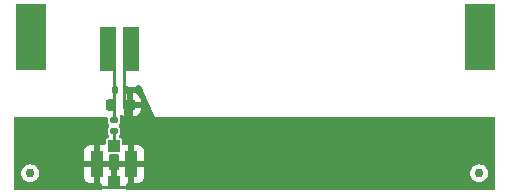
<source format=gbr>
%TF.GenerationSoftware,KiCad,Pcbnew,6.0.0+dfsg1-2*%
%TF.CreationDate,2022-02-08T13:21:29-05:00*%
%TF.ProjectId,RUSP_Antenna,52555350-5f41-46e7-9465-6e6e612e6b69,rev?*%
%TF.SameCoordinates,Original*%
%TF.FileFunction,Copper,L1,Top*%
%TF.FilePolarity,Positive*%
%FSLAX46Y46*%
G04 Gerber Fmt 4.6, Leading zero omitted, Abs format (unit mm)*
G04 Created by KiCad (PCBNEW 6.0.0+dfsg1-2) date 2022-02-08 13:21:29*
%MOMM*%
%LPD*%
G01*
G04 APERTURE LIST*
G04 Aperture macros list*
%AMRoundRect*
0 Rectangle with rounded corners*
0 $1 Rounding radius*
0 $2 $3 $4 $5 $6 $7 $8 $9 X,Y pos of 4 corners*
0 Add a 4 corners polygon primitive as box body*
4,1,4,$2,$3,$4,$5,$6,$7,$8,$9,$2,$3,0*
0 Add four circle primitives for the rounded corners*
1,1,$1+$1,$2,$3*
1,1,$1+$1,$4,$5*
1,1,$1+$1,$6,$7*
1,1,$1+$1,$8,$9*
0 Add four rect primitives between the rounded corners*
20,1,$1+$1,$2,$3,$4,$5,0*
20,1,$1+$1,$4,$5,$6,$7,0*
20,1,$1+$1,$6,$7,$8,$9,0*
20,1,$1+$1,$8,$9,$2,$3,0*%
G04 Aperture macros list end*
%TA.AperFunction,SMDPad,CuDef*%
%ADD10C,0.750000*%
%TD*%
%TA.AperFunction,SMDPad,CuDef*%
%ADD11R,1.000000X1.000000*%
%TD*%
%TA.AperFunction,SMDPad,CuDef*%
%ADD12R,1.050000X2.200000*%
%TD*%
%TA.AperFunction,SMDPad,CuDef*%
%ADD13RoundRect,0.147500X-0.172500X0.147500X-0.172500X-0.147500X0.172500X-0.147500X0.172500X0.147500X0*%
%TD*%
%TA.AperFunction,SMDPad,CuDef*%
%ADD14RoundRect,0.147500X-0.147500X-0.172500X0.147500X-0.172500X0.147500X0.172500X-0.147500X0.172500X0*%
%TD*%
%TA.AperFunction,SMDPad,CuDef*%
%ADD15RoundRect,0.218750X-0.218750X-0.256250X0.218750X-0.256250X0.218750X0.256250X-0.218750X0.256250X0*%
%TD*%
%TA.AperFunction,SMDPad,CuDef*%
%ADD16R,2.600000X5.600000*%
%TD*%
%TA.AperFunction,SMDPad,CuDef*%
%ADD17R,1.400000X3.700000*%
%TD*%
%TA.AperFunction,Conductor*%
%ADD18C,0.250000*%
%TD*%
G04 APERTURE END LIST*
D10*
%TO.P,FID1,*%
%TO.N,*%
X125750000Y-103750000D03*
%TD*%
%TO.P,FID2,*%
%TO.N,*%
X163750000Y-103750000D03*
%TD*%
D11*
%TO.P,J1,1*%
%TO.N,Net-(C1-Pad2)*%
X132850000Y-101450000D03*
D12*
%TO.P,J1,2*%
%TO.N,GNDA*%
X131375000Y-102950000D03*
X134325000Y-102950000D03*
D11*
X132850000Y-104450000D03*
%TD*%
D13*
%TO.P,C1,1*%
%TO.N,Net-(AE1-Pad1)*%
X132850000Y-99215000D03*
%TO.P,C1,2*%
%TO.N,Net-(C1-Pad2)*%
X132850000Y-100185000D03*
%TD*%
D14*
%TO.P,C2,1*%
%TO.N,Net-(AE1-Pad1)*%
X132935000Y-96710000D03*
%TO.P,C2,2*%
%TO.N,GNDA*%
X133905000Y-96710000D03*
%TD*%
D15*
%TO.P,L1,1*%
%TO.N,Net-(AE1-Pad1)*%
X132622500Y-97960000D03*
%TO.P,L1,2*%
%TO.N,GNDA*%
X134197500Y-97960000D03*
%TD*%
D16*
%TO.P,AE1,*%
%TO.N,*%
X125800000Y-92250000D03*
X163800000Y-92250000D03*
D17*
%TO.P,AE1,1*%
%TO.N,Net-(AE1-Pad1)*%
X132300000Y-93250000D03*
%TO.P,AE1,2*%
%TO.N,GNDA*%
X134300000Y-93250000D03*
%TD*%
D18*
%TO.N,Net-(AE1-Pad1)*%
X132850000Y-97000000D02*
X132850000Y-98250000D01*
X132850000Y-98250000D02*
X132850000Y-99200000D01*
X132300000Y-94350000D02*
X132850000Y-94900000D01*
X132300000Y-93250000D02*
X132300000Y-94350000D01*
X132850000Y-94900000D02*
X132850000Y-97000000D01*
%TO.N,GNDA*%
X134300000Y-93250000D02*
X134300000Y-94300000D01*
X132850000Y-104899990D02*
X133100010Y-104899990D01*
X132850000Y-104450000D02*
X132850000Y-104899990D01*
X133785000Y-98200000D02*
X133785000Y-99985000D01*
X134250000Y-104899990D02*
X133100010Y-104899990D01*
X134300000Y-94300000D02*
X133700000Y-94900000D01*
X134250000Y-104500000D02*
X134250000Y-104899990D01*
X133700000Y-94900000D02*
X133700000Y-97050000D01*
X133700000Y-97050000D02*
X133700000Y-98250000D01*
X133100010Y-104899990D02*
X131250000Y-104899990D01*
%TO.N,Net-(C1-Pad2)*%
X132850000Y-101450000D02*
X132850000Y-100200000D01*
%TD*%
%TA.AperFunction,Conductor*%
%TO.N,GNDA*%
G36*
X135086237Y-96320002D02*
G01*
X135133256Y-96374827D01*
X135722282Y-97700135D01*
X136300000Y-99000000D01*
X165024000Y-99000000D01*
X165092121Y-99020002D01*
X165138614Y-99073658D01*
X165150000Y-99126000D01*
X165150000Y-105024000D01*
X165129998Y-105092121D01*
X165076342Y-105138614D01*
X165024000Y-105150000D01*
X133981927Y-105150000D01*
X133913806Y-105129998D01*
X133867313Y-105076342D01*
X133856663Y-105010397D01*
X133857631Y-105001480D01*
X133858000Y-104994672D01*
X133858000Y-104684000D01*
X133878002Y-104615879D01*
X133931658Y-104569386D01*
X133984000Y-104558000D01*
X134052885Y-104558000D01*
X134068124Y-104553525D01*
X134069329Y-104552135D01*
X134071000Y-104544452D01*
X134071000Y-104539884D01*
X134579000Y-104539884D01*
X134583475Y-104555123D01*
X134584865Y-104556328D01*
X134592548Y-104557999D01*
X134894669Y-104557999D01*
X134901490Y-104557629D01*
X134952352Y-104552105D01*
X134967604Y-104548479D01*
X135088054Y-104503324D01*
X135103649Y-104494786D01*
X135205724Y-104418285D01*
X135218285Y-104405724D01*
X135294786Y-104303649D01*
X135303324Y-104288054D01*
X135348478Y-104167606D01*
X135352105Y-104152351D01*
X135357631Y-104101486D01*
X135358000Y-104094672D01*
X135358000Y-103739455D01*
X162994825Y-103739455D01*
X162995512Y-103746462D01*
X162995512Y-103746465D01*
X162998311Y-103775010D01*
X163011255Y-103907025D01*
X163064402Y-104066791D01*
X163068049Y-104072813D01*
X163068050Y-104072815D01*
X163125458Y-104167606D01*
X163151624Y-104210812D01*
X163156513Y-104215875D01*
X163156514Y-104215876D01*
X163226216Y-104288054D01*
X163268586Y-104331929D01*
X163274483Y-104335788D01*
X163403577Y-104420266D01*
X163403581Y-104420268D01*
X163409475Y-104424125D01*
X163567289Y-104482815D01*
X163574270Y-104483746D01*
X163574272Y-104483747D01*
X163619812Y-104489823D01*
X163734183Y-104505083D01*
X163741194Y-104504445D01*
X163741198Y-104504445D01*
X163894843Y-104490462D01*
X163901864Y-104489823D01*
X163908566Y-104487645D01*
X163908568Y-104487645D01*
X164055298Y-104439970D01*
X164055301Y-104439969D01*
X164061997Y-104437793D01*
X164206623Y-104351578D01*
X164211717Y-104346727D01*
X164211721Y-104346724D01*
X164323454Y-104240322D01*
X164323455Y-104240320D01*
X164328554Y-104235465D01*
X164344934Y-104210812D01*
X164417836Y-104101085D01*
X164421731Y-104095223D01*
X164481521Y-103937823D01*
X164504955Y-103771088D01*
X164505249Y-103750000D01*
X164486481Y-103582676D01*
X164431108Y-103423668D01*
X164341884Y-103280879D01*
X164333723Y-103272661D01*
X164228205Y-103166403D01*
X164228201Y-103166400D01*
X164223242Y-103161406D01*
X164081079Y-103071187D01*
X163922462Y-103014706D01*
X163915474Y-103013873D01*
X163915471Y-103013872D01*
X163822300Y-103002762D01*
X163755273Y-102994769D01*
X163748270Y-102995505D01*
X163748269Y-102995505D01*
X163702712Y-103000293D01*
X163587821Y-103012369D01*
X163581155Y-103014638D01*
X163581152Y-103014639D01*
X163435098Y-103064360D01*
X163435095Y-103064361D01*
X163428431Y-103066630D01*
X163422436Y-103070318D01*
X163422432Y-103070320D01*
X163291021Y-103151165D01*
X163291019Y-103151167D01*
X163285022Y-103154856D01*
X163164724Y-103272661D01*
X163073515Y-103414190D01*
X163071105Y-103420810D01*
X163071104Y-103420813D01*
X163056799Y-103460116D01*
X163015927Y-103572409D01*
X162994825Y-103739455D01*
X135358000Y-103739455D01*
X135358000Y-103222115D01*
X135353525Y-103206876D01*
X135352135Y-103205671D01*
X135344452Y-103204000D01*
X134597115Y-103204000D01*
X134581876Y-103208475D01*
X134580671Y-103209865D01*
X134579000Y-103217548D01*
X134579000Y-104539884D01*
X134071000Y-104539884D01*
X134071000Y-103222115D01*
X134066525Y-103206876D01*
X134065135Y-103205671D01*
X134057452Y-103204000D01*
X133310116Y-103204000D01*
X133294877Y-103208475D01*
X133293672Y-103209865D01*
X133292001Y-103217548D01*
X133292001Y-103316000D01*
X133271999Y-103384121D01*
X133218343Y-103430614D01*
X133166001Y-103442000D01*
X133122115Y-103442000D01*
X133106876Y-103446475D01*
X133105671Y-103447865D01*
X133104000Y-103455548D01*
X133104000Y-104578000D01*
X133083998Y-104646121D01*
X133030342Y-104692614D01*
X132978000Y-104704000D01*
X132722000Y-104704000D01*
X132653879Y-104683998D01*
X132607386Y-104630342D01*
X132596000Y-104578000D01*
X132596000Y-103460116D01*
X132591525Y-103444877D01*
X132590135Y-103443672D01*
X132582452Y-103442001D01*
X132534000Y-103442001D01*
X132465879Y-103421999D01*
X132419386Y-103368343D01*
X132408000Y-103316001D01*
X132408000Y-103222115D01*
X132403525Y-103206876D01*
X132402135Y-103205671D01*
X132394452Y-103204000D01*
X131647115Y-103204000D01*
X131631876Y-103208475D01*
X131630671Y-103209865D01*
X131629000Y-103217548D01*
X131629000Y-104539884D01*
X131633475Y-104555123D01*
X131634865Y-104556328D01*
X131642548Y-104557999D01*
X131716001Y-104557999D01*
X131784122Y-104578001D01*
X131830615Y-104631657D01*
X131842001Y-104683999D01*
X131842001Y-104994669D01*
X131842370Y-105001483D01*
X131843338Y-105010392D01*
X131830810Y-105080274D01*
X131782490Y-105132290D01*
X131718075Y-105150000D01*
X124476000Y-105150000D01*
X124407879Y-105129998D01*
X124361386Y-105076342D01*
X124350000Y-105024000D01*
X124350000Y-103739455D01*
X124994825Y-103739455D01*
X124995512Y-103746462D01*
X124995512Y-103746465D01*
X124998311Y-103775010D01*
X125011255Y-103907025D01*
X125064402Y-104066791D01*
X125068049Y-104072813D01*
X125068050Y-104072815D01*
X125125458Y-104167606D01*
X125151624Y-104210812D01*
X125156513Y-104215875D01*
X125156514Y-104215876D01*
X125226216Y-104288054D01*
X125268586Y-104331929D01*
X125274483Y-104335788D01*
X125403577Y-104420266D01*
X125403581Y-104420268D01*
X125409475Y-104424125D01*
X125567289Y-104482815D01*
X125574270Y-104483746D01*
X125574272Y-104483747D01*
X125619812Y-104489823D01*
X125734183Y-104505083D01*
X125741194Y-104504445D01*
X125741198Y-104504445D01*
X125894843Y-104490462D01*
X125901864Y-104489823D01*
X125908566Y-104487645D01*
X125908568Y-104487645D01*
X126055298Y-104439970D01*
X126055301Y-104439969D01*
X126061997Y-104437793D01*
X126206623Y-104351578D01*
X126211717Y-104346727D01*
X126211721Y-104346724D01*
X126323454Y-104240322D01*
X126323455Y-104240320D01*
X126328554Y-104235465D01*
X126344934Y-104210812D01*
X126417836Y-104101085D01*
X126421731Y-104095223D01*
X126421941Y-104094669D01*
X130342001Y-104094669D01*
X130342371Y-104101490D01*
X130347895Y-104152352D01*
X130351521Y-104167604D01*
X130396676Y-104288054D01*
X130405214Y-104303649D01*
X130481715Y-104405724D01*
X130494276Y-104418285D01*
X130596351Y-104494786D01*
X130611946Y-104503324D01*
X130732394Y-104548478D01*
X130747649Y-104552105D01*
X130798514Y-104557631D01*
X130805328Y-104558000D01*
X131102885Y-104558000D01*
X131118124Y-104553525D01*
X131119329Y-104552135D01*
X131121000Y-104544452D01*
X131121000Y-103222115D01*
X131116525Y-103206876D01*
X131115135Y-103205671D01*
X131107452Y-103204000D01*
X130360116Y-103204000D01*
X130344877Y-103208475D01*
X130343672Y-103209865D01*
X130342001Y-103217548D01*
X130342001Y-104094669D01*
X126421941Y-104094669D01*
X126481521Y-103937823D01*
X126504955Y-103771088D01*
X126505249Y-103750000D01*
X126486481Y-103582676D01*
X126431108Y-103423668D01*
X126341884Y-103280879D01*
X126333723Y-103272661D01*
X126228205Y-103166403D01*
X126228201Y-103166400D01*
X126223242Y-103161406D01*
X126081079Y-103071187D01*
X125922462Y-103014706D01*
X125915474Y-103013873D01*
X125915471Y-103013872D01*
X125822300Y-103002762D01*
X125755273Y-102994769D01*
X125748270Y-102995505D01*
X125748269Y-102995505D01*
X125702712Y-103000293D01*
X125587821Y-103012369D01*
X125581155Y-103014638D01*
X125581152Y-103014639D01*
X125435098Y-103064360D01*
X125435095Y-103064361D01*
X125428431Y-103066630D01*
X125422436Y-103070318D01*
X125422432Y-103070320D01*
X125291021Y-103151165D01*
X125291019Y-103151167D01*
X125285022Y-103154856D01*
X125164724Y-103272661D01*
X125073515Y-103414190D01*
X125071105Y-103420810D01*
X125071104Y-103420813D01*
X125056799Y-103460116D01*
X125015927Y-103572409D01*
X124994825Y-103739455D01*
X124350000Y-103739455D01*
X124350000Y-102677885D01*
X130342000Y-102677885D01*
X130346475Y-102693124D01*
X130347865Y-102694329D01*
X130355548Y-102696000D01*
X131102885Y-102696000D01*
X131118124Y-102691525D01*
X131119329Y-102690135D01*
X131121000Y-102682452D01*
X131121000Y-101360116D01*
X131116525Y-101344877D01*
X131115135Y-101343672D01*
X131107452Y-101342001D01*
X130805331Y-101342001D01*
X130798510Y-101342371D01*
X130747648Y-101347895D01*
X130732396Y-101351521D01*
X130611946Y-101396676D01*
X130596351Y-101405214D01*
X130494276Y-101481715D01*
X130481715Y-101494276D01*
X130405214Y-101596351D01*
X130396676Y-101611946D01*
X130351522Y-101732394D01*
X130347895Y-101747649D01*
X130342369Y-101798514D01*
X130342000Y-101805328D01*
X130342000Y-102677885D01*
X124350000Y-102677885D01*
X124350000Y-99126000D01*
X124370002Y-99057879D01*
X124423658Y-99011386D01*
X124476000Y-99000000D01*
X132203500Y-99000000D01*
X132271621Y-99020002D01*
X132318114Y-99073658D01*
X132329500Y-99126000D01*
X132329500Y-99395486D01*
X132339569Y-99463884D01*
X132390628Y-99567880D01*
X132397997Y-99575236D01*
X132433646Y-99610823D01*
X132467725Y-99673105D01*
X132462722Y-99743925D01*
X132433801Y-99789014D01*
X132390270Y-99832621D01*
X132339392Y-99936706D01*
X132329500Y-100004514D01*
X132329500Y-100365486D01*
X132339569Y-100433884D01*
X132390628Y-100537880D01*
X132398000Y-100545239D01*
X132403859Y-100553423D01*
X132427249Y-100620456D01*
X132410685Y-100689493D01*
X132359426Y-100738616D01*
X132325989Y-100750348D01*
X132271769Y-100761133D01*
X132205448Y-100805448D01*
X132161133Y-100871769D01*
X132149500Y-100930252D01*
X132149500Y-101223451D01*
X132129498Y-101291572D01*
X132075842Y-101338065D01*
X132009892Y-101348714D01*
X131951486Y-101342369D01*
X131944672Y-101342000D01*
X131647115Y-101342000D01*
X131631876Y-101346475D01*
X131630671Y-101347865D01*
X131629000Y-101355548D01*
X131629000Y-102677885D01*
X131633475Y-102693124D01*
X131634865Y-102694329D01*
X131642548Y-102696000D01*
X132389885Y-102696000D01*
X132405124Y-102691525D01*
X132406329Y-102690135D01*
X132408000Y-102682452D01*
X132407999Y-102276500D01*
X132428001Y-102208380D01*
X132481656Y-102161886D01*
X132533999Y-102150500D01*
X133166000Y-102150500D01*
X133234121Y-102170502D01*
X133280614Y-102224158D01*
X133292000Y-102276500D01*
X133292001Y-102677885D01*
X133296476Y-102693124D01*
X133297866Y-102694329D01*
X133305549Y-102696000D01*
X134052885Y-102696000D01*
X134068124Y-102691525D01*
X134069329Y-102690135D01*
X134071000Y-102682452D01*
X134071000Y-102677885D01*
X134579000Y-102677885D01*
X134583475Y-102693124D01*
X134584865Y-102694329D01*
X134592548Y-102696000D01*
X135339884Y-102696000D01*
X135355123Y-102691525D01*
X135356328Y-102690135D01*
X135357999Y-102682452D01*
X135357999Y-101805331D01*
X135357629Y-101798510D01*
X135352105Y-101747648D01*
X135348479Y-101732396D01*
X135303324Y-101611946D01*
X135294786Y-101596351D01*
X135218285Y-101494276D01*
X135205724Y-101481715D01*
X135103649Y-101405214D01*
X135088054Y-101396676D01*
X134967606Y-101351522D01*
X134952351Y-101347895D01*
X134901486Y-101342369D01*
X134894672Y-101342000D01*
X134597115Y-101342000D01*
X134581876Y-101346475D01*
X134580671Y-101347865D01*
X134579000Y-101355548D01*
X134579000Y-102677885D01*
X134071000Y-102677885D01*
X134071000Y-101360116D01*
X134066525Y-101344877D01*
X134065135Y-101343672D01*
X134057452Y-101342001D01*
X133755331Y-101342001D01*
X133748510Y-101342371D01*
X133690105Y-101348714D01*
X133620223Y-101336185D01*
X133568208Y-101287863D01*
X133550500Y-101223451D01*
X133550500Y-100930252D01*
X133538867Y-100871769D01*
X133494552Y-100805448D01*
X133428231Y-100761133D01*
X133416062Y-100758712D01*
X133416061Y-100758712D01*
X133373961Y-100750338D01*
X133311051Y-100717430D01*
X133275919Y-100655735D01*
X133279719Y-100584841D01*
X133298591Y-100554846D01*
X133296324Y-100553229D01*
X133302372Y-100544749D01*
X133309730Y-100537379D01*
X133360608Y-100433294D01*
X133370500Y-100365486D01*
X133370500Y-100004514D01*
X133360431Y-99936116D01*
X133309372Y-99832120D01*
X133266354Y-99789177D01*
X133232275Y-99726895D01*
X133237278Y-99656075D01*
X133266199Y-99610986D01*
X133302372Y-99574750D01*
X133302372Y-99574749D01*
X133309730Y-99567379D01*
X133360608Y-99463294D01*
X133370500Y-99395486D01*
X133370500Y-99034514D01*
X133360431Y-98966116D01*
X133356113Y-98957322D01*
X133353210Y-98947979D01*
X133355367Y-98947309D01*
X133345556Y-98890438D01*
X133373229Y-98825056D01*
X133431856Y-98785015D01*
X133502825Y-98783026D01*
X133536843Y-98797609D01*
X133663291Y-98875553D01*
X133676468Y-98881697D01*
X133823843Y-98930579D01*
X133837210Y-98933445D01*
X133926700Y-98942614D01*
X133940624Y-98938525D01*
X133941829Y-98937135D01*
X133943500Y-98929452D01*
X133943500Y-98924885D01*
X134451500Y-98924885D01*
X134455975Y-98940124D01*
X134457365Y-98941329D01*
X134464321Y-98942842D01*
X134467782Y-98942663D01*
X134559021Y-98933196D01*
X134572417Y-98930303D01*
X134719687Y-98881170D01*
X134732866Y-98874996D01*
X134864514Y-98793530D01*
X134875915Y-98784494D01*
X134985298Y-98674920D01*
X134994310Y-98663509D01*
X135075553Y-98531709D01*
X135081697Y-98518532D01*
X135130579Y-98371157D01*
X135133445Y-98357790D01*
X135142672Y-98267730D01*
X135143000Y-98261315D01*
X135143000Y-98232115D01*
X135138525Y-98216876D01*
X135137135Y-98215671D01*
X135129452Y-98214000D01*
X134469615Y-98214000D01*
X134454376Y-98218475D01*
X134453171Y-98219865D01*
X134451500Y-98227548D01*
X134451500Y-98924885D01*
X133943500Y-98924885D01*
X133943500Y-97687885D01*
X134451500Y-97687885D01*
X134455975Y-97703124D01*
X134457365Y-97704329D01*
X134465048Y-97706000D01*
X135124885Y-97706000D01*
X135140124Y-97701525D01*
X135141329Y-97700135D01*
X135143000Y-97692452D01*
X135143000Y-97658734D01*
X135142663Y-97652218D01*
X135133196Y-97560979D01*
X135130303Y-97547583D01*
X135081170Y-97400313D01*
X135074996Y-97387134D01*
X134993530Y-97255486D01*
X134984494Y-97244085D01*
X134874920Y-97134702D01*
X134863509Y-97125690D01*
X134762580Y-97063477D01*
X134715087Y-97010705D01*
X134705388Y-96982122D01*
X134702205Y-96966969D01*
X134690742Y-96964000D01*
X134469615Y-96964000D01*
X134454376Y-96968475D01*
X134453171Y-96969865D01*
X134451500Y-96977548D01*
X134451500Y-97687885D01*
X133943500Y-97687885D01*
X133943500Y-96982115D01*
X133939025Y-96966876D01*
X133937635Y-96965671D01*
X133929952Y-96964000D01*
X133777000Y-96964000D01*
X133708879Y-96943998D01*
X133662386Y-96890342D01*
X133651000Y-96838000D01*
X133651000Y-96582000D01*
X133671002Y-96513879D01*
X133724658Y-96467386D01*
X133777000Y-96456000D01*
X134688681Y-96456000D01*
X134703476Y-96451656D01*
X134705537Y-96439997D01*
X134705213Y-96435885D01*
X134719810Y-96366405D01*
X134769652Y-96315846D01*
X134830825Y-96300000D01*
X135018116Y-96300000D01*
X135086237Y-96320002D01*
G37*
%TD.AperFunction*%
%TD*%
M02*

</source>
